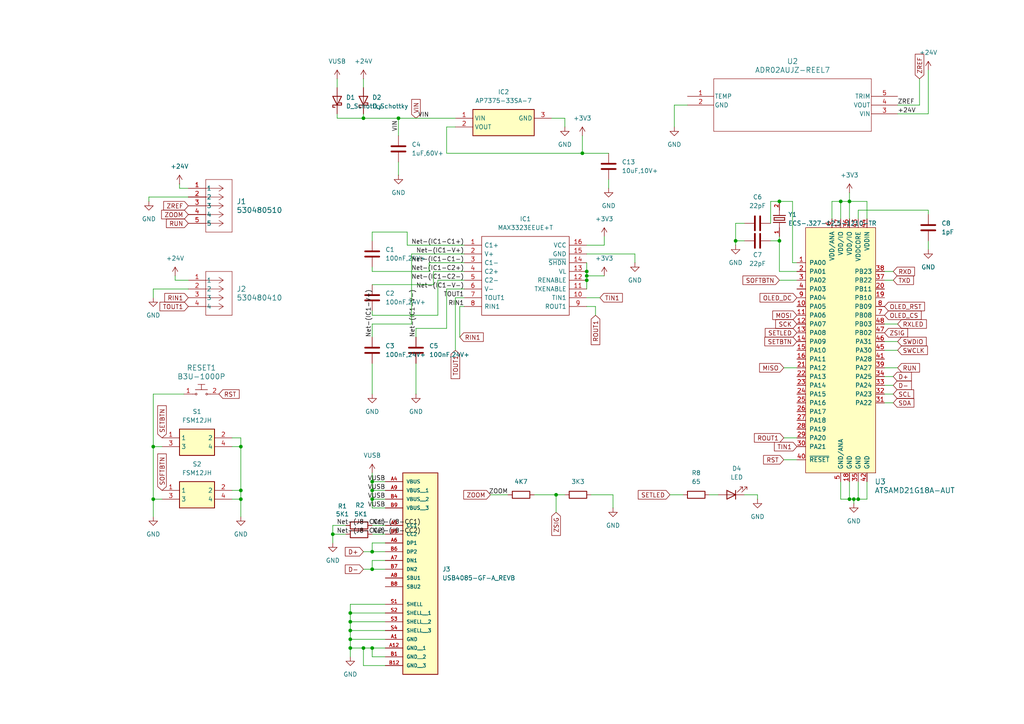
<source format=kicad_sch>
(kicad_sch (version 20231120) (generator "eeschema") (generator_version "8.0")
  (paper "A4")
  (junction (at 246.38 144.78))
  (junction (at 96.52 154.94))
  (junction (at 213.36 69.85))
  (junction (at 44.45 144.78))
  (junction (at 69.85 142.24))
  (junction (at 115.57 34.29))
  (junction (at 226.06 69.85))
  (junction (at 161.29 143.51))
  (junction (at 107.95 160.02))
  (junction (at 101.6 187.96))
  (junction (at 107.95 144.78))
  (junction (at 101.6 177.8))
  (junction (at 107.95 142.24))
  (junction (at 107.95 165.1))
  (junction (at 44.45 129.54))
  (junction (at 248.92 144.78))
  (junction (at 105.41 34.29))
  (junction (at 246.38 58.42))
  (junction (at 247.65 144.78))
  (junction (at 101.6 180.34))
  (junction (at 107.95 139.7))
  (junction (at 170.18 80.01))
  (junction (at 226.06 58.42))
  (junction (at 243.84 58.42))
  (junction (at 69.85 144.78))
  (junction (at 170.18 81.28))
  (junction (at 168.91 44.45))
  (junction (at 170.18 78.74))
  (junction (at 107.95 187.96))
  (junction (at 101.6 185.42))
  (junction (at 69.85 129.54))
  (junction (at 101.6 182.88))
  (junction (at 105.41 187.96))
  (wire (pts (xy 129.54 83.82) (xy 134.62 83.82)))
  (wire (pts (xy 132.08 86.36) (xy 132.08 101.6)))
  (wire (pts (xy 251.46 139.7) (xy 251.46 144.78)))
  (wire (pts (xy 170.18 76.2) (xy 170.18 78.74)))
  (wire (pts (xy 46.99 144.78) (xy 44.45 144.78)))
  (wire (pts (xy 107.95 90.17) (xy 107.95 91.44)))
  (wire (pts (xy 107.95 142.24) (xy 111.76 142.24)))
  (wire (pts (xy 256.54 106.68) (xy 260.35 106.68)))
  (wire (pts (xy 67.31 144.78) (xy 69.85 144.78)))
  (wire (pts (xy 219.71 143.51) (xy 219.71 144.78)))
  (wire (pts (xy 44.45 129.54) (xy 44.45 144.78)))
  (wire (pts (xy 44.45 86.36) (xy 44.45 83.82)))
  (wire (pts (xy 241.3 58.42) (xy 243.84 58.42)))
  (wire (pts (xy 101.6 177.8) (xy 101.6 180.34)))
  (wire (pts (xy 246.38 58.42) (xy 251.46 58.42)))
  (wire (pts (xy 107.95 165.1) (xy 111.76 165.1)))
  (wire (pts (xy 229.87 58.42) (xy 229.87 76.2)))
  (wire (pts (xy 227.33 133.35) (xy 231.14 133.35)))
  (wire (pts (xy 251.46 63.5) (xy 251.46 58.42)))
  (wire (pts (xy 101.6 187.96) (xy 105.41 187.96)))
  (wire (pts (xy 142.24 143.51) (xy 147.32 143.51)))
  (wire (pts (xy 107.95 190.5) (xy 107.95 187.96)))
  (wire (pts (xy 184.15 73.66) (xy 184.15 76.2)))
  (wire (pts (xy 115.57 39.37) (xy 115.57 34.29)))
  (wire (pts (xy 105.41 33.02) (xy 105.41 34.29)))
  (wire (pts (xy 111.76 190.5) (xy 107.95 190.5)))
  (wire (pts (xy 107.95 93.98) (xy 107.95 97.79)))
  (wire (pts (xy 43.18 58.42) (xy 43.18 57.15)))
  (wire (pts (xy 107.95 147.32) (xy 107.95 144.78)))
  (wire (pts (xy 170.18 81.28) (xy 170.18 83.82)))
  (wire (pts (xy 243.84 63.5) (xy 243.84 58.42)))
  (wire (pts (xy 107.95 147.32) (xy 111.76 147.32)))
  (wire (pts (xy 50.8 80.01) (xy 50.8 81.28)))
  (wire (pts (xy 127 81.28) (xy 134.62 81.28)))
  (wire (pts (xy 248.92 63.5) (xy 248.92 60.96)))
  (wire (pts (xy 168.91 39.37) (xy 168.91 44.45)))
  (wire (pts (xy 231.14 76.2) (xy 229.87 76.2)))
  (wire (pts (xy 107.95 160.02) (xy 111.76 160.02)))
  (wire (pts (xy 127 91.44) (xy 127 81.28)))
  (wire (pts (xy 223.52 64.77) (xy 223.52 58.42)))
  (wire (pts (xy 100.33 152.4) (xy 96.52 152.4)))
  (wire (pts (xy 115.57 46.99) (xy 115.57 50.8)))
  (wire (pts (xy 170.18 78.74) (xy 170.18 80.01)))
  (wire (pts (xy 105.41 187.96) (xy 105.41 193.04)))
  (wire (pts (xy 226.06 58.42) (xy 229.87 58.42)))
  (wire (pts (xy 120.65 95.25) (xy 129.54 95.25)))
  (wire (pts (xy 107.95 67.31) (xy 107.95 69.85)))
  (wire (pts (xy 160.02 34.29) (xy 163.83 34.29)))
  (wire (pts (xy 54.61 54.61) (xy 52.07 54.61)))
  (wire (pts (xy 111.76 139.7) (xy 107.95 139.7)))
  (wire (pts (xy 256.54 93.98) (xy 260.35 93.98)))
  (wire (pts (xy 269.24 20.32) (xy 269.24 33.02)))
  (wire (pts (xy 134.62 88.9) (xy 133.35 88.9)))
  (wire (pts (xy 43.18 57.15) (xy 54.61 57.15)))
  (wire (pts (xy 170.18 88.9) (xy 172.72 88.9)))
  (wire (pts (xy 226.06 81.28) (xy 231.14 81.28)))
  (wire (pts (xy 215.9 143.51) (xy 219.71 143.51)))
  (wire (pts (xy 97.79 33.02) (xy 97.79 34.29)))
  (wire (pts (xy 163.83 34.29) (xy 163.83 36.83)))
  (wire (pts (xy 107.95 105.41) (xy 107.95 114.3)))
  (wire (pts (xy 223.52 58.42) (xy 226.06 58.42)))
  (wire (pts (xy 172.72 88.9) (xy 172.72 91.44)))
  (wire (pts (xy 124.46 78.74) (xy 124.46 76.2)))
  (wire (pts (xy 120.65 97.79) (xy 120.65 95.25)))
  (wire (pts (xy 243.84 144.78) (xy 246.38 144.78)))
  (wire (pts (xy 256.54 81.28) (xy 259.08 81.28)))
  (wire (pts (xy 205.74 143.51) (xy 208.28 143.51)))
  (wire (pts (xy 111.76 193.04) (xy 105.41 193.04)))
  (wire (pts (xy 46.99 129.54) (xy 44.45 129.54)))
  (wire (pts (xy 133.35 88.9) (xy 133.35 97.79)))
  (wire (pts (xy 247.65 144.78) (xy 247.65 146.05)))
  (wire (pts (xy 170.18 86.36) (xy 173.99 86.36)))
  (wire (pts (xy 170.18 80.01) (xy 175.26 80.01)))
  (wire (pts (xy 213.36 64.77) (xy 215.9 64.77)))
  (wire (pts (xy 241.3 63.5) (xy 241.3 58.42)))
  (wire (pts (xy 256.54 101.6) (xy 260.35 101.6)))
  (wire (pts (xy 44.45 114.3) (xy 44.45 129.54)))
  (wire (pts (xy 44.45 144.78) (xy 44.45 149.86)))
  (wire (pts (xy 107.95 139.7) (xy 107.95 142.24)))
  (wire (pts (xy 107.95 157.48) (xy 107.95 160.02)))
  (wire (pts (xy 107.95 91.44) (xy 127 91.44)))
  (wire (pts (xy 107.95 82.55) (xy 125.73 82.55)))
  (wire (pts (xy 111.76 162.56) (xy 107.95 162.56)))
  (wire (pts (xy 96.52 157.48) (xy 96.52 154.94)))
  (wire (pts (xy 256.54 99.06) (xy 260.35 99.06)))
  (wire (pts (xy 101.6 175.26) (xy 101.6 177.8)))
  (wire (pts (xy 97.79 22.86) (xy 97.79 25.4)))
  (wire (pts (xy 101.6 177.8) (xy 111.76 177.8)))
  (wire (pts (xy 69.85 144.78) (xy 69.85 149.86)))
  (wire (pts (xy 168.91 44.45) (xy 176.53 44.45)))
  (wire (pts (xy 177.8 143.51) (xy 177.8 147.32)))
  (wire (pts (xy 111.76 157.48) (xy 107.95 157.48)))
  (wire (pts (xy 248.92 60.96) (xy 269.24 60.96)))
  (wire (pts (xy 260.35 30.48) (xy 266.7 30.48)))
  (wire (pts (xy 260.35 33.02) (xy 269.24 33.02)))
  (wire (pts (xy 101.6 180.34) (xy 111.76 180.34)))
  (wire (pts (xy 129.54 44.45) (xy 168.91 44.45)))
  (wire (pts (xy 226.06 68.58) (xy 226.06 69.85)))
  (wire (pts (xy 246.38 139.7) (xy 246.38 144.78)))
  (wire (pts (xy 118.11 67.31) (xy 107.95 67.31)))
  (wire (pts (xy 256.54 111.76) (xy 259.08 111.76)))
  (wire (pts (xy 227.33 127) (xy 231.14 127)))
  (wire (pts (xy 107.95 77.47) (xy 107.95 78.74)))
  (wire (pts (xy 161.29 143.51) (xy 161.29 148.59)))
  (wire (pts (xy 107.95 187.96) (xy 111.76 187.96)))
  (wire (pts (xy 54.61 81.28) (xy 50.8 81.28)))
  (wire (pts (xy 256.54 114.3) (xy 259.08 114.3)))
  (wire (pts (xy 170.18 73.66) (xy 184.15 73.66)))
  (wire (pts (xy 266.7 22.86) (xy 266.7 30.48)))
  (wire (pts (xy 176.53 52.07) (xy 176.53 54.61)))
  (wire (pts (xy 134.62 71.12) (xy 118.11 71.12)))
  (wire (pts (xy 44.45 114.3) (xy 53.34 114.3)))
  (wire (pts (xy 107.95 142.24) (xy 107.95 144.78)))
  (wire (pts (xy 105.41 160.02) (xy 107.95 160.02)))
  (wire (pts (xy 107.95 154.94) (xy 111.76 154.94)))
  (wire (pts (xy 227.33 106.68) (xy 231.14 106.68)))
  (wire (pts (xy 120.65 105.41) (xy 120.65 114.3)))
  (wire (pts (xy 105.41 187.96) (xy 107.95 187.96)))
  (wire (pts (xy 69.85 142.24) (xy 69.85 144.78)))
  (wire (pts (xy 44.45 83.82) (xy 54.61 83.82)))
  (wire (pts (xy 161.29 143.51) (xy 163.83 143.51)))
  (wire (pts (xy 269.24 60.96) (xy 269.24 62.23)))
  (wire (pts (xy 107.95 162.56) (xy 107.95 165.1)))
  (wire (pts (xy 101.6 187.96) (xy 101.6 190.5)))
  (wire (pts (xy 247.65 144.78) (xy 248.92 144.78)))
  (wire (pts (xy 194.31 143.51) (xy 198.12 143.51)))
  (wire (pts (xy 67.31 129.54) (xy 69.85 129.54)))
  (wire (pts (xy 101.6 180.34) (xy 101.6 182.88)))
  (wire (pts (xy 213.36 64.77) (xy 213.36 69.85)))
  (wire (pts (xy 107.95 152.4) (xy 111.76 152.4)))
  (wire (pts (xy 175.26 68.58) (xy 175.26 71.12)))
  (wire (pts (xy 105.41 22.86) (xy 105.41 25.4)))
  (wire (pts (xy 96.52 154.94) (xy 100.33 154.94)))
  (wire (pts (xy 101.6 182.88) (xy 101.6 185.42)))
  (wire (pts (xy 107.95 93.98) (xy 119.38 93.98)))
  (wire (pts (xy 67.31 142.24) (xy 69.85 142.24)))
  (wire (pts (xy 105.41 165.1) (xy 107.95 165.1)))
  (wire (pts (xy 119.38 73.66) (xy 134.62 73.66)))
  (wire (pts (xy 195.58 30.48) (xy 195.58 36.83)))
  (wire (pts (xy 223.52 69.85) (xy 226.06 69.85)))
  (wire (pts (xy 105.41 34.29) (xy 115.57 34.29)))
  (wire (pts (xy 107.95 78.74) (xy 124.46 78.74)))
  (wire (pts (xy 69.85 129.54) (xy 69.85 142.24)))
  (wire (pts (xy 226.06 69.85) (xy 226.06 78.74)))
  (wire (pts (xy 107.95 137.16) (xy 107.95 139.7)))
  (wire (pts (xy 132.08 36.83) (xy 129.54 36.83)))
  (wire (pts (xy 213.36 69.85) (xy 213.36 71.12)))
  (wire (pts (xy 101.6 182.88) (xy 111.76 182.88)))
  (wire (pts (xy 111.76 144.78) (xy 107.95 144.78)))
  (wire (pts (xy 248.92 144.78) (xy 251.46 144.78)))
  (wire (pts (xy 97.79 34.29) (xy 105.41 34.29)))
  (wire (pts (xy 119.38 93.98) (xy 119.38 73.66)))
  (wire (pts (xy 269.24 69.85) (xy 269.24 72.39)))
  (wire (pts (xy 154.94 143.51) (xy 161.29 143.51)))
  (wire (pts (xy 125.73 82.55) (xy 125.73 78.74)))
  (wire (pts (xy 118.11 71.12) (xy 118.11 67.31)))
  (wire (pts (xy 246.38 144.78) (xy 247.65 144.78)))
  (wire (pts (xy 129.54 36.83) (xy 129.54 44.45)))
  (wire (pts (xy 124.46 76.2) (xy 134.62 76.2)))
  (wire (pts (xy 170.18 71.12) (xy 175.26 71.12)))
  (wire (pts (xy 256.54 116.84) (xy 259.08 116.84)))
  (wire (pts (xy 101.6 175.26) (xy 111.76 175.26)))
  (wire (pts (xy 67.31 127) (xy 69.85 127)))
  (wire (pts (xy 170.18 80.01) (xy 170.18 81.28)))
  (wire (pts (xy 134.62 86.36) (xy 132.08 86.36)))
  (wire (pts (xy 52.07 53.34) (xy 52.07 54.61)))
  (wire (pts (xy 199.39 30.48) (xy 195.58 30.48)))
  (wire (pts (xy 115.57 34.29) (xy 132.08 34.29)))
  (wire (pts (xy 69.85 127) (xy 69.85 129.54)))
  (wire (pts (xy 256.54 109.22) (xy 259.08 109.22)))
  (wire (pts (xy 256.54 78.74) (xy 259.08 78.74)))
  (wire (pts (xy 101.6 185.42) (xy 101.6 187.96)))
  (wire (pts (xy 96.52 152.4) (xy 96.52 154.94)))
  (wire (pts (xy 248.92 139.7) (xy 248.92 144.78)))
  (wire (pts (xy 171.45 143.51) (xy 177.8 143.51)))
  (wire (pts (xy 125.73 78.74) (xy 134.62 78.74)))
  (wire (pts (xy 226.06 78.74) (xy 231.14 78.74)))
  (wire (pts (xy 129.54 95.25) (xy 129.54 83.82)))
  (wire (pts (xy 243.84 139.7) (xy 243.84 144.78)))
  (wire (pts (xy 213.36 69.85) (xy 215.9 69.85)))
  (wire (pts (xy 101.6 185.42) (xy 111.76 185.42)))
  (wire (pts (xy 246.38 58.42) (xy 246.38 63.5)))
  (wire (pts (xy 243.84 58.42) (xy 246.38 58.42)))
  (wire (pts (xy 246.38 55.88) (xy 246.38 58.42)))
  (label "VUSB" (at 111.76 139.7 180))
  (label "RIN1" (at 134.62 88.9 180))
  (label "+24V" (at 260.35 33.02 0))
  (label "Net-(J8-CC2)" (at 111.76 154.94 180))
  (label "VIN" (at 124.46 34.29 180))
  (label "VUSB" (at 111.76 144.78 180))
  (label "ZOOM" (at 147.32 143.51 180))
  (label "VIN" (at 115.57 38.1 90))
  (label "Net-(IC1-C1-)" (at 134.62 76.2 180))
  (label "Net-(IC1-C1+)" (at 134.62 71.12 180))
  (label "Net-(IC1-V+)" (at 107.95 97.79 90))
  (label "Net-(IC1-V+)" (at 134.62 73.66 180))
  (label "Net-(J8-CC2)" (at 107.95 154.94 0))
  (label "Net-(J8-CC1)" (at 107.95 152.4 0))
  (label "Net-(IC1-C2-)" (at 134.62 81.28 180))
  (label "Net-(J8-CC1)" (at 111.76 152.4 180))
  (label "VUSB" (at 111.76 142.24 180))
  (label "Net-(IC1-V-)" (at 120.65 97.79 90))
  (label "Net-(IC1-C2+)" (at 134.62 78.74 180))
  (label "Net-(IC1-V-)" (at 134.62 83.82 180))
  (label "ZREF" (at 260.35 30.48 0))
  (label "TOUT1" (at 134.62 86.36 180))
  (label "VUSB" (at 111.76 147.32 180))
  (global_label "SWDIO" (shape input) (at 260.35 99.06 0) (property "Intersheetrefs" "${INTERSHEET_REFS}" (effects (hide yes))))
  (global_label "RXLED" (shape input) (at 260.35 93.98 0) (property "Intersheetrefs" "${INTERSHEET_REFS}" (effects (hide yes))))
  (global_label "MOSI" (shape input) (at 231.14 91.44 180) (property "Intersheetrefs" "${INTERSHEET_REFS}" (effects (hide yes))))
  (global_label "ZREF" (shape input) (at 266.7 22.86 90) (property "Intersheetrefs" "${INTERSHEET_REFS}" (effects (hide yes))))
  (global_label "TXD" (shape input) (at 259.08 81.28 0) (property "Intersheetrefs" "${INTERSHEET_REFS}" (effects (hide yes))))
  (global_label "SETLED" (shape input) (at 194.31 143.51 180) (property "Intersheetrefs" "${INTERSHEET_REFS}" (effects (hide yes))))
  (global_label "TOUT1" (shape input) (at 132.08 101.6 270) (property "Intersheetrefs" "${INTERSHEET_REFS}" (effects (hide yes))))
  (global_label "D+" (shape input) (at 105.41 160.02 180) (property "Intersheetrefs" "${INTERSHEET_REFS}" (effects (hide yes))))
  (global_label "SETLED" (shape input) (at 231.14 96.52 180) (property "Intersheetrefs" "${INTERSHEET_REFS}" (effects (hide yes))))
  (global_label "OLED_RST" (shape input) (at 256.54 88.9 0) (property "Intersheetrefs" "${INTERSHEET_REFS}" (effects (hide yes))))
  (global_label "RST" (shape input) (at 227.33 133.35 180) (property "Intersheetrefs" "${INTERSHEET_REFS}" (effects (hide yes))))
  (global_label "SCK" (shape input) (at 231.14 93.98 180) (property "Intersheetrefs" "${INTERSHEET_REFS}" (effects (hide yes))))
  (global_label "MISO" (shape input) (at 227.33 106.68 180) (property "Intersheetrefs" "${INTERSHEET_REFS}" (effects (hide yes))))
  (global_label "SOFTBTN" (shape input) (at 226.06 81.28 180) (property "Intersheetrefs" "${INTERSHEET_REFS}" (effects (hide yes))))
  (global_label "RIN1" (shape input) (at 54.61 86.36 180) (property "Intersheetrefs" "${INTERSHEET_REFS}" (effects (hide yes))))
  (global_label "TIN1" (shape input) (at 173.99 86.36 0) (property "Intersheetrefs" "${INTERSHEET_REFS}" (effects (hide yes))))
  (global_label "SWCLK" (shape input) (at 260.35 101.6 0) (property "Intersheetrefs" "${INTERSHEET_REFS}" (effects (hide yes))))
  (global_label "TOUT1" (shape input) (at 54.61 88.9 180) (property "Intersheetrefs" "${INTERSHEET_REFS}" (effects (hide yes))))
  (global_label "SETBTN" (shape input) (at 231.14 99.06 180) (property "Intersheetrefs" "${INTERSHEET_REFS}" (effects (hide yes))))
  (global_label "ROUT1" (shape input) (at 227.33 127 180) (property "Intersheetrefs" "${INTERSHEET_REFS}" (effects (hide yes))))
  (global_label "SDA" (shape input) (at 259.08 116.84 0) (property "Intersheetrefs" "${INTERSHEET_REFS}" (effects (hide yes))))
  (global_label "SOFTBTN" (shape input) (at 46.99 142.24 90) (property "Intersheetrefs" "${INTERSHEET_REFS}" (effects (hide yes))))
  (global_label "SETBTN" (shape input) (at 46.99 127 90) (property "Intersheetrefs" "${INTERSHEET_REFS}" (effects (hide yes))))
  (global_label "ROUT1" (shape input) (at 172.72 91.44 270) (property "Intersheetrefs" "${INTERSHEET_REFS}" (effects (hide yes))))
  (global_label "VIN" (shape input) (at 120.65 34.29 90) (property "Intersheetrefs" "${INTERSHEET_REFS}" (effects (hide yes))))
  (global_label "ZSIG" (shape input) (at 256.54 96.52 0) (property "Intersheetrefs" "${INTERSHEET_REFS}" (effects (hide yes))))
  (global_label "ZOOM" (shape input) (at 142.24 143.51 180) (property "Intersheetrefs" "${INTERSHEET_REFS}" (effects (hide yes))))
  (global_label "RIN1" (shape input) (at 133.35 97.79 0) (property "Intersheetrefs" "${INTERSHEET_REFS}" (effects (hide yes))))
  (global_label "RUN" (shape input) (at 260.35 106.68 0) (property "Intersheetrefs" "${INTERSHEET_REFS}" (effects (hide yes))))
  (global_label "TIN1" (shape input) (at 231.14 129.54 180) (property "Intersheetrefs" "${INTERSHEET_REFS}" (effects (hide yes))))
  (global_label "SCL" (shape input) (at 259.08 114.3 0) (property "Intersheetrefs" "${INTERSHEET_REFS}" (effects (hide yes))))
  (global_label "ZREF" (shape input) (at 54.61 59.69 180) (property "Intersheetrefs" "${INTERSHEET_REFS}" (effects (hide yes))))
  (global_label "RUN" (shape input) (at 54.61 64.77 180) (property "Intersheetrefs" "${INTERSHEET_REFS}" (effects (hide yes))))
  (global_label "ZSIG" (shape input) (at 161.29 148.59 270) (property "Intersheetrefs" "${INTERSHEET_REFS}" (effects (hide yes))))
  (global_label "D+" (shape input) (at 259.08 109.22 0) (property "Intersheetrefs" "${INTERSHEET_REFS}" (effects (hide yes))))
  (global_label "ZOOM" (shape input) (at 54.61 62.23 180) (property "Intersheetrefs" "${INTERSHEET_REFS}" (effects (hide yes))))
  (global_label "D-" (shape input) (at 105.41 165.1 180) (property "Intersheetrefs" "${INTERSHEET_REFS}" (effects (hide yes))))
  (global_label "OLED_DC" (shape input) (at 231.14 86.36 180) (property "Intersheetrefs" "${INTERSHEET_REFS}" (effects (hide yes))))
  (global_label "OLED_CS" (shape input) (at 256.54 91.44 0) (property "Intersheetrefs" "${INTERSHEET_REFS}" (effects (hide yes))))
  (global_label "RST" (shape input) (at 63.5 114.3 0) (property "Intersheetrefs" "${INTERSHEET_REFS}" (effects (hide yes))))
  (global_label "D-" (shape input) (at 259.08 111.76 0) (property "Intersheetrefs" "${INTERSHEET_REFS}" (effects (hide yes))))
  (global_label "RXD" (shape input) (at 259.08 78.74 0) (property "Intersheetrefs" "${INTERSHEET_REFS}" (effects (hide yes))))
  (symbol (lib_id "power:+24V") (at 107.95 137.16 0) (unit 1)
    (property "Reference" "#PWR011" (effects (hide yes)))
    (property "Value" "VUSB" (at 107.95 132.08 0))
    (property "Description" "Power symbol creates a global label with name \"VUSB\"" (effects (hide yes)))
  )
  (symbol (lib_id "AP7375-33SA-7:AP7375-33SA-7") (at 132.08 34.29 0) (unit 1)
    (property "Reference" "IC2" (at 146.05 26.67 0))
    (property "Value" "AP7375-33SA-7" (at 146.05 29.21 0))
    (property "Footprint" "AP7375-33SA-7:SOT96P240X110-3N" (effects (hide yes)))
    (property "Datasheet" "https://www.diodes.com/assets/Datasheets/AP7375.pdf" (effects (hide yes)))
    (property "Description" "LDO Voltage Regulators LDO CMOS LowCurr SOT23 T&R 3K" (effects (hide yes)))
    (property "Height" "1.1" (effects (hide yes)))
    (property "Mouser Part Number" "621-AP7375-33SA-7" (effects (hide yes)))
    (property "Mouser Price/Stock" "https://www.mouser.co.uk/ProductDetail/Diodes-Incorporated/AP7375-33SA-7?qs=t7xnP681wgUi6c6GDTa82w%3D%3D" (effects (hide yes)))
    (property "Manufacturer_Name" "Diodes Incorporated" (effects (hide yes)))
    (property "Manufacturer_Part_Number" "AP7375-33SA-7" (effects (hide yes)))
    (property "Part Number" "AP7375-33SA-7" (effects (hide yes)))
    (property "URL" "https://www.digikey.com/en/products/detail/diodes-incorporated/AP7375-33SA-7/16400213?s=N4IgTCBcDaIIIAUDsBmJBWAtClBlOmSIAugL5A" (effects (hide yes)))
  )
  (symbol (lib_id "power:+3V3") (at 168.91 39.37 0) (unit 1)
    (property "Reference" "#PWR014" (effects (hide yes)))
    (property "Value" "+3V3" (at 168.91 34.29 0))
    (property "Description" "Power symbol creates a global label with name \"+3V3\"" (effects (hide yes)))
  )
  (symbol (lib_id "530480510:530480510") (at 54.61 54.61 0) (unit 1)
    (property "Reference" "J1" (at 68.58 58.4199 0) (effects (font (size 1.524 1.524)) (justify left)))
    (property "Value" "530480510" (at 68.58 60.9599 0) (effects (font (size 1.524 1.524)) (justify left)))
    (property "Footprint" "Connector_Molex:Molex_PicoBlade_53048-0510_1x05_P1.25mm_Horizontal" (effects (hide yes)))
    (property "Datasheet" "530480510" (effects (hide yes)))
    (property "Part Number" "530480510" (effects (hide yes)))
    (property "URL" "https://www.digikey.com/en/products/detail/molex/0530480510/242867?s=N4IgTCBcDaIKwGYAMAWAHEuBGJIC6AvkA" (effects (hide yes)))
  )
  (symbol (lib_id "Device:LED") (at 212.09 143.51 180) (unit 1)
    (property "Reference" "D4" (at 213.6775 135.89 0))
    (property "Value" "LED" (at 213.6775 138.43 0))
    (property "Footprint" "LED_SMD:LED_0805_2012Metric" (effects (hide yes)))
    (property "Description" "Light emitting diode" (effects (hide yes)))
    (property "Part Number" "B1701URO-20D000114U1930" (effects (hide yes)))
    (property "URL" "https://www.digikey.com/en/products/detail/harvatek-corporation/B1701URO-20D000114U1930/16671739" (effects (hide yes)))
  )
  (symbol (lib_id "power:GND") (at 177.8 147.32 0) (unit 1)
    (property "Reference" "#PWR018" (effects (hide yes)))
    (property "Value" "GND" (at 177.8 152.4 0))
    (property "Description" "Power symbol creates a global label with name \"GND\" , ground" (effects (hide yes)))
  )
  (symbol (lib_id "power:GND") (at 101.6 190.5 0) (unit 1)
    (property "Reference" "#PWR08" (effects (hide yes)))
    (property "Value" "GND" (at 101.6 195.58 0))
    (property "Description" "Power symbol creates a global label with name \"GND\" , ground" (effects (hide yes)))
  )
  (symbol (lib_id "power:GND") (at 44.45 86.36 0) (unit 1)
    (property "Reference" "#PWR03" (effects (hide yes)))
    (property "Value" "GND" (at 44.45 91.44 0))
    (property "Description" "Power symbol creates a global label with name \"GND\" , ground" (effects (hide yes)))
  )
  (symbol (lib_id "ECS-.327-12.5-1210-TR:ECS-.327-12.5-1210-TR") (at 226.06 63.5 90) (unit 1)
    (property "Reference" "Y1" (at 228.6 62.2299 90) (effects (justify right)))
    (property "Value" "ECS-.327-12.5-1210-TR" (at 228.6 64.7699 90) (effects (justify right)))
    (property "Footprint" "ECS__327_12_5_1210_TR:XTAL_ECS-.327-12.5-1210-TR" (effects (hide yes)))
    (property "MANUFACTURER" "ESC Inc." (effects (hide yes)))
    (property "STANDARD" "Manufacturer Recommendations" (effects (hide yes)))
  )
  (symbol (lib_id "Device:C") (at 269.24 66.04 0) (unit 1)
    (property "Reference" "C8" (at 273.05 64.7699 0) (effects (justify left)))
    (property "Value" "1pF" (at 273.05 67.3099 0) (effects (justify left)))
    (property "Footprint" "Capacitor_SMD:C_0402_1005Metric" (effects (hide yes)))
    (property "Description" "Unpolarized capacitor" (effects (hide yes)))
    (property "Part Number" "CL05C010CB5NNNC" (effects (hide yes)))
    (property "URL" "https://www.digikey.com/en/products/detail/samsung-electro-mechanics/CL05C010CB5NNNC/3887253" (effects (hide yes)))
  )
  (symbol (lib_id "power:GND") (at 195.58 36.83 0) (unit 1)
    (property "Reference" "#PWR021" (effects (hide yes)))
    (property "Value" "GND" (at 195.58 41.91 0))
    (property "Description" "Power symbol creates a global label with name \"GND\" , ground" (effects (hide yes)))
  )
  (symbol (lib_id "power:GND") (at 269.24 72.39 0) (unit 1)
    (property "Reference" "#PWR026" (effects (hide yes)))
    (property "Value" "GND" (at 269.24 77.47 0))
    (property "Description" "Power symbol creates a global label with name \"GND\" , ground" (effects (hide yes)))
  )
  (symbol (lib_id "MAX3323EEPE+:MAX3323EEPE+") (at 134.62 71.12 0) (unit 1)
    (property "Reference" "IC1" (at 152.4 63.5 0))
    (property "Value" "MAX3323EEUE+T" (at 152.4 66.04 0))
    (property "Footprint" "Package_SO:TSSOP-16_4.4x5mm_P0.65mm" (effects (hide yes)))
    (property "Datasheet" "https://componentsearchengine.com/Datasheets/2/MAX3323EEPE+.pdf" (effects (hide yes)))
    (property "Description" "RS-232 Interface IC +/-15kV ESD-Protected, RS-232 Transceivers for Multidrop Applications" (effects (hide yes)))
    (property "Height" "4.572" (effects (hide yes)))
    (property "Mouser Part Number" "700-MAX3323EEPE" (effects (hide yes)))
    (property "Mouser Price/Stock" "https://www.mouser.co.uk/ProductDetail/Analog-Devices-Maxim-Integrated/MAX3323EEPE%2b?qs=CDqwynd4ZNoRwc1iI5RFww%3D%3D" (effects (hide yes)))
    (property "Manufacturer_Name" "Analog Devices" (effects (hide yes)))
    (property "Manufacturer_Part_Number" "MAX3323EEPE+" (effects (hide yes)))
    (property "Part Number" "MAX3323EEUE+T" (effects (hide yes)))
    (property "URL" "https://www.digikey.com/en/products/detail/analog-devices-inc-maxim-integrated/MAX3323EEUE-T/1703799" (effects (hide yes)))
  )
  (symbol (lib_id "power:GND") (at 213.36 71.12 0) (unit 1)
    (property "Reference" "#PWR022" (effects (hide yes)))
    (property "Value" "GND" (at 213.36 76.2 0))
    (property "Description" "Power symbol creates a global label with name \"GND\" , ground" (effects (hide yes)))
  )
  (symbol (lib_id "power:GND") (at 247.65 146.05 0) (unit 1)
    (property "Reference" "#PWR024" (effects (hide yes)))
    (property "Value" "GND" (at 247.65 151.13 0))
    (property "Description" "Power symbol creates a global label with name \"GND\" , ground" (effects (hide yes)))
  )
  (symbol (lib_id "ADR02AUJZ_REEL7:ADR02AUJZ-REEL7") (at 199.39 27.94 0) (unit 1)
    (property "Reference" "U2" (at 229.87 17.78 0) (effects (font (size 1.524 1.524))))
    (property "Value" "ADR02AUJZ-REEL7" (at 229.87 20.32 0) (effects (font (size 1.524 1.524))))
    (property "Footprint" "Package_TO_SOT_SMD:TSOT-23-5" (effects (hide yes)))
    (property "Datasheet" "ADR02AUJZ-REEL7" (effects (hide yes)))
    (property "Part Number" "ADR02AUJZ-REEL7" (effects (hide yes)))
    (property "URL" "https://www.digikey.com/en/products/detail/analog-devices-inc/ADR02AUJZ-REEL7/699443?s=N4IgTCBcDaIIIBEBKAGMcCqApAWiAugL5A" (effects (hide yes)))
  )
  (symbol (lib_id "power:+3V3") (at 175.26 68.58 0) (unit 1)
    (property "Reference" "#PWR016" (effects (hide yes)))
    (property "Value" "+3V3" (at 175.26 63.5 0))
    (property "Description" "Power symbol creates a global label with name \"+3V3\"" (effects (hide yes)))
  )
  (symbol (lib_id "Device:C") (at 107.95 86.36 0) (unit 1)
    (property "Reference" "C2" (at 111.76 85.0899 0) (effects (justify left)))
    (property "Value" "100nF,24V+" (at 111.76 87.6299 0) (effects (justify left)))
    (property "Footprint" "Capacitor_SMD:C_0402_1005Metric" (effects (hide yes)))
    (property "Description" "Unpolarized capacitor" (effects (hide yes)))
    (property "Part Number" "CL05B104KA5NNNC" (effects (hide yes)))
    (property "URL" "https://www.digikey.com/en/products/detail/samsung-electro-mechanics/CL05B104KA5NNNC/5961204" (effects (hide yes)))
  )
  (symbol (lib_id "USB4085-GF-A_REVB:USB4085-GF-A_REVB") (at 121.92 154.94 0) (unit 1)
    (property "Reference" "J3" (at 128.27 165.0999 0) (effects (justify left)))
    (property "Value" "USB4085-GF-A_REVB" (at 128.27 167.6399 0) (effects (justify left)))
    (property "Footprint" "USB4085_GF_A:CONN16_USB4085-GF-A_GCT" (effects (hide yes)))
    (property "PARTREV" "B" (effects (hide yes)))
    (property "STANDARD" "Manufacturer Recommendations" (effects (hide yes)))
    (property "SNAPEDA_PN" "USB4085-GF-A" (effects (hide yes)))
    (property "MAXIMUM_PACKAGE_HEIGHT" "3.16mm" (effects (hide yes)))
    (property "MANUFACTURER" "Global Connector Technology" (effects (hide yes)))
    (property "Part Number" "USB4085-GF-A" (effects (hide yes)))
    (property "URL" "https://www.digikey.com/en/products/detail/gct/USB4085-GF-A/9859662?s=N4IgTCBcDaIKoGUBCAWADADgKwFoDiAYjgIIgC6AvkA" (effects (hide yes)))
  )
  (symbol (lib_id "Device:C") (at 115.57 43.18 180) (unit 1)
    (property "Reference" "C4" (at 119.38 41.9099 0) (effects (justify right)))
    (property "Value" "1uF,60V+" (at 119.38 44.4499 0) (effects (justify right)))
    (property "Footprint" "Capacitor_SMD:C_0805_2012Metric" (effects (hide yes)))
    (property "Description" "Unpolarized capacitor" (effects (hide yes)))
    (property "Part Number" "GRM21BC72A105KE01L" (effects (hide yes)))
    (property "URL" "https://www.digikey.com/en/products/detail/murata-electronics/GRM21BC72A105KE01L/6606093" (effects (hide yes)))
  )
  (symbol (lib_id "Device:R") (at 104.14 154.94 90) (unit 1)
    (property "Reference" "R2" (at 104.394 146.558 90))
    (property "Value" "5K1" (at 99.314 149.098 90))
    (property "Footprint" "Resistor_SMD:R_0603_1608Metric" (effects (hide yes)))
    (property "Description" "Resistor" (effects (hide yes)))
    (property "Part Number" "ESR03EZPJ512" (effects (hide yes)))
    (property "URL" "https://www.digikey.com/en/products/detail/rohm-semiconductor/ESR03EZPJ512/1762735" (effects (hide yes)))
  )
  (symbol (lib_id "power:GND") (at 219.71 144.78 0) (unit 1)
    (property "Reference" "#PWR039" (effects (hide yes)))
    (property "Value" "GND" (at 219.71 149.86 0))
    (property "Description" "Power symbol creates a global label with name \"GND\" , ground" (effects (hide yes)))
  )
  (symbol (lib_id "power:GND") (at 120.65 114.3 0) (unit 1)
    (property "Reference" "#PWR013" (effects (hide yes)))
    (property "Value" "GND" (at 120.65 119.38 0))
    (property "Description" "Power symbol creates a global label with name \"GND\" , ground" (effects (hide yes)))
  )
  (symbol (lib_id "Device:D_Schottky") (at 97.79 29.21 90) (unit 1)
    (property "Reference" "D1" (at 100.33 28.2574 90) (effects (justify right)))
    (property "Value" "D_Schottky" (at 100.33 30.7974 90) (effects (justify right)))
    (property "Footprint" "Diode_SMD:D_1206_3216Metric" (effects (hide yes)))
    (property "Description" "Schottky diode" (effects (hide yes)))
    (property "Part Number" "SD1206S100S1R0" (effects (hide yes)))
    (property "URL" "https://www.digikey.com/en/products/detail/kyocera-avx/SD1206S100S1R0/3749503?s=N4IgjCBcpgbFoDGUBmBDANgZwKYBoQB7KAbRAA4BmAdjAgF0CAHAFyhAGUWAnASwDsA5iAC%2BBWAE4EIZJHTZ8RUiAAsABgmVNIAuokrKakIxCt2XPkNEEArNSPQZqTLgLFIZdWprljzNpCcPALCYiAATGq00rLyrkoeILBqAAQAajpJNumZ9jkE5KkZBBJFmWBqZQRgkfnglNnF4DZV4Ml1YHlNYIV1kWUmZoEAqvy8LADyKACyOGhYAK7cONYgALThMVA8C4ruZDaZUvRha1KOsjt7ygwiYZuJWIgAFoQsLADWAJ7GIkA" (effects (hide yes)))
  )
  (symbol (lib_id "power:GND") (at 96.52 157.48 0) (unit 1)
    (property "Reference" "#PWR06" (effects (hide yes)))
    (property "Value" "GND" (at 96.52 162.56 0))
    (property "Description" "Power symbol creates a global label with name \"GND\" , ground" (effects (hide yes)))
  )
  (symbol (lib_id "power:+24V") (at 97.79 22.86 0) (unit 1)
    (property "Reference" "#PWR07" (effects (hide yes)))
    (property "Value" "VUSB" (at 97.79 17.78 0))
    (property "Description" "Power symbol creates a global label with name \"VUSB\"" (effects (hide yes)))
  )
  (symbol (lib_id "Device:D_Schottky") (at 105.41 29.21 90) (unit 1)
    (property "Reference" "D2" (at 107.95 28.2574 90) (effects (justify right)))
    (property "Value" "D_Schottky" (at 107.95 30.7974 90) (effects (justify right)))
    (property "Footprint" "Diode_SMD:D_1206_3216Metric" (effects (hide yes)))
    (property "Description" "Schottky diode" (effects (hide yes)))
    (property "Part Number" "SD1206S100S1R0" (effects (hide yes)))
    (property "URL" "https://www.digikey.com/en/products/detail/kyocera-avx/SD1206S100S1R0/3749503?s=N4IgjCBcpgbFoDGUBmBDANgZwKYBoQB7KAbRAA4BmAdjAgF0CAHAFyhAGUWAnASwDsA5iAC%2BBWAE4EIZJHTZ8RUiAAsABgmVNIAuokrKakIxCt2XPkNEEArNSPQZqTLgLFIZdWprljzNpCcPALCYiAATGq00rLyrkoeILBqAAQAajpJNumZ9jkE5KkZBBJFmWBqZQRgkfnglNnF4DZV4Ml1YHlNYIV1kWUmZoEAqvy8LADyKACyOGhYAK7cONYgALThMVA8C4ruZDaZUvRha1KOsjt7ygwiYZuJWIgAFoQsLADWAJ7GIkA" (effects (hide yes)))
  )
  (symbol (lib_id "Device:C") (at 176.53 48.26 180) (unit 1)
    (property "Reference" "C13" (at 180.34 46.9899 0) (effects (justify right)))
    (property "Value" "10uF,10V+" (at 180.34 49.5299 0) (effects (justify right)))
    (property "Footprint" "Capacitor_SMD:C_0402_1005Metric" (effects (hide yes)))
    (property "Description" "Unpolarized capacitor" (effects (hide yes)))
    (property "Part Number" "CL05A106MP6NUN8" (effects (hide yes)))
    (property "URL" "https://www.digikey.com/en/products/detail/samsung-electro-mechanics/CL05A106MP6NUN8/10478957" (effects (hide yes)))
  )
  (symbol (lib_id "power:GND") (at 163.83 36.83 0) (unit 1)
    (property "Reference" "#PWR015" (effects (hide yes)))
    (property "Value" "GND" (at 163.83 41.91 0))
    (property "Description" "Power symbol creates a global label with name \"GND\" , ground" (effects (hide yes)))
  )
  (symbol (lib_id "power:GND") (at 184.15 76.2 0) (unit 1)
    (property "Reference" "#PWR020" (effects (hide yes)))
    (property "Value" "GND" (at 184.15 81.28 0))
    (property "Description" "Power symbol creates a global label with name \"GND\" , ground" (effects (hide yes)))
  )
  (symbol (lib_id "power:+3V3") (at 175.26 80.01 0) (unit 1)
    (property "Reference" "#PWR017" (effects (hide yes)))
    (property "Value" "+3V3" (at 175.26 74.93 0))
    (property "Description" "Power symbol creates a global label with name \"+3V3\"" (effects (hide yes)))
  )
  (symbol (lib_id "power:GND") (at 69.85 149.86 0) (unit 1)
    (property "Reference" "#PWR019" (effects (hide yes)))
    (property "Value" "GND" (at 69.85 154.94 0))
    (property "Description" "Power symbol creates a global label with name \"GND\" , ground" (effects (hide yes)))
  )
  (symbol (lib_id "Device:R") (at 104.14 152.4 90) (unit 1)
    (property "Reference" "R1" (at 99.314 146.812 90))
    (property "Value" "5K1" (at 104.648 149.098 90))
    (property "Footprint" "Resistor_SMD:R_0603_1608Metric" (effects (hide yes)))
    (property "Description" "Resistor" (effects (hide yes)))
    (property "Part Number" "ESR03EZPJ512" (effects (hide yes)))
    (property "URL" "https://www.digikey.com/en/products/detail/rohm-semiconductor/ESR03EZPJ512/1762735" (effects (hide yes)))
  )
  (symbol (lib_id "FSM10JH:FSM10JH") (at 46.99 127 0) (unit 1)
    (property "Reference" "S1" (at 57.15 119.38 0))
    (property "Value" "FSM12JH" (at 57.15 121.92 0))
    (property "Footprint" "FSM10JH:FSM4JH" (effects (hide yes)))
    (property "Datasheet" "http://www.te.com/commerce/DocumentDelivery/DDEController?Action=showdoc&DocId=Customer+Drawing%7F1825910%7FC10%7Fpdf%7FEnglish%7FENG_CD_1825910_C10.pdf%7F1-1825910-8" (effects (hide yes)))
    (property "Description" "6x6mm tactile switch,7.3mm H 1.6N White Button Tactile Switch, SPST 50 mA@ 24 V dc 3.7mm" (effects (hide yes)))
    (property "Mouser Part Number" "506-FSM10JH" (effects (hide yes)))
    (property "Mouser Price/Stock" "https://www.mouser.co.uk/ProductDetail/TE-Connectivity-PB/FSM10JH?qs=g%252BEszo6zu8Mx34MmAD%2FJ0A%3D%3D" (effects (hide yes)))
    (property "Manufacturer_Name" "TE Connectivity" (effects (hide yes)))
    (property "Manufacturer_Part_Number" "FSM10JH" (effects (hide yes)))
    (property "Part Number" "1-1825910-4" (effects (hide yes)))
    (property "URL" "https://www.digikey.com/en/products/detail/te-connectivity-alcoswitch-switches/1-1825910-4/1632539" (effects (hide yes)))
  )
  (symbol (lib_id "power:GND") (at 43.18 58.42 0) (unit 1)
    (property "Reference" "#PWR02" (effects (hide yes)))
    (property "Value" "GND" (at 43.18 63.5 0))
    (property "Description" "Power symbol creates a global label with name \"GND\" , ground" (effects (hide yes)))
  )
  (symbol (lib_id "power:+24V") (at 50.8 80.01 0) (unit 1)
    (property "Reference" "#PWR04" (effects (hide yes)))
    (property "Value" "+24V" (at 50.8 74.93 0))
    (property "Description" "Power symbol creates a global label with name \"+24V\"" (effects (hide yes)))
  )
  (symbol (lib_id "power:GND") (at 176.53 54.61 0) (unit 1)
    (property "Reference" "#PWR040" (effects (hide yes)))
    (property "Value" "GND" (at 176.53 59.69 0))
    (property "Description" "Power symbol creates a global label with name \"GND\" , ground" (effects (hide yes)))
  )
  (symbol (lib_id "Device:R") (at 201.93 143.51 90) (unit 1)
    (property "Reference" "R8" (at 201.93 137.16 90))
    (property "Value" "65" (at 201.93 139.7 90))
    (property "Footprint" "Resistor_SMD:R_0603_1608Metric" (effects (hide yes)))
    (property "Description" "Resistor" (effects (hide yes)))
    (property "Part Number" "RC0603FR-0764R9L" (effects (hide yes)))
    (property "URL" "https://www.digikey.com/en/products/detail/yageo/RC0603FR-0764R9L/727343" (effects (hide yes)))
  )
  (symbol (lib_id "Device:C") (at 120.65 101.6 0) (unit 1)
    (property "Reference" "C5" (at 124.46 100.3299 0) (effects (justify left)))
    (property "Value" "100nF,24V+" (at 124.46 102.8699 0) (effects (justify left)))
    (property "Footprint" "Capacitor_SMD:C_0402_1005Metric" (effects (hide yes)))
    (property "Description" "Unpolarized capacitor" (effects (hide yes)))
    (property "Part Number" "CL05B104KA5NNNC" (effects (hide yes)))
    (property "URL" "https://www.digikey.com/en/products/detail/samsung-electro-mechanics/CL05B104KA5NNNC/5961204" (effects (hide yes)))
  )
  (symbol (lib_id "dk_Tactile-Switches:B3U-1000P") (at 58.42 114.3 0) (unit 1)
    (property "Reference" "RESET1" (at 58.42 106.68 0) (effects (font (size 1.524 1.524))))
    (property "Value" "B3U-1000P" (at 58.42 109.22 0) (effects (font (size 1.524 1.524))))
    (property "Footprint" "Button_Switch_SMD:SW_SPST_B3U-1000P" (effects (hide yes)))
    (property "Datasheet" "https://omronfs.omron.com/en_US/ecb/products/pdf/en-b3u.pdf" (effects (hide yes)))
    (property "Description" "SWITCH TACTILE SPST-NO 0.05A 12V" (effects (hide yes)))
    (property "MPN" "B3U-1000P" (effects (hide yes)))
    (property "Category" "Switches" (effects (hide yes)))
    (property "Family" "Tactile Switches" (effects (hide yes)))
    (property "DK_Datasheet_Link" "https://omronfs.omron.com/en_US/ecb/products/pdf/en-b3u.pdf" (effects (hide yes)))
    (property "DK_Detail_Page" "/product-detail/en/omron-electronics-inc-emc-div/B3U-1000P/SW1020CT-ND/1534357" (effects (hide yes)))
    (property "Manufacturer" "Omron Electronics Inc-EMC Div" (effects (hide yes)))
    (property "Status" "Active" (effects (hide yes)))
    (property "Part Number" "B3U-1000P" (effects (hide yes)))
    (property "URL" "https://www.digikey.com/en/products/detail/omron-electronics-inc-emc-div/B3U-1000P/1534338" (effects (hide yes)))
  )
  (symbol (lib_id "Device:C") (at 107.95 73.66 0) (unit 1)
    (property "Reference" "C1" (at 111.76 72.3899 0) (effects (justify left)))
    (property "Value" "100nF,24V+" (at 111.76 74.9299 0) (effects (justify left)))
    (property "Footprint" "Capacitor_SMD:C_0402_1005Metric" (effects (hide yes)))
    (property "Description" "Unpolarized capacitor" (effects (hide yes)))
    (property "Part Number" "CL05B104KA5NNNC" (effects (hide yes)))
    (property "URL" "https://www.digikey.com/en/products/detail/samsung-electro-mechanics/CL05B104KA5NNNC/5961204" (effects (hide yes)))
  )
  (symbol (lib_id "power:GND") (at 44.45 149.86 0) (unit 1)
    (property "Reference" "#PWR01" (effects (hide yes)))
    (property "Value" "GND" (at 44.45 154.94 0))
    (property "Description" "Power symbol creates a global label with name \"GND\" , ground" (effects (hide yes)))
  )
  (symbol (lib_id "Device:R") (at 151.13 143.51 90) (unit 1)
    (property "Reference" "R3" (effects (hide yes)))
    (property "Value" "4K7" (at 151.13 139.7 90))
    (property "Footprint" "Resistor_SMD:R_0603_1608Metric" (effects (hide yes)))
    (property "Description" "Resistor" (effects (hide yes)))
    (property "Part Number" "RC0603FR-074K7L" (effects (hide yes)))
    (property "URL" "https://www.digikey.com/en/products/detail/yageo/RC0603FR-074K7L/727212" (effects (hide yes)))
  )
  (symbol (lib_id "power:GND") (at 107.95 114.3 0) (unit 1)
    (property "Reference" "#PWR010" (effects (hide yes)))
    (property "Value" "GND" (at 107.95 119.38 0))
    (property "Description" "Power symbol creates a global label with name \"GND\" , ground" (effects (hide yes)))
  )
  (symbol (lib_id "Device:R") (at 167.64 143.51 90) (unit 1)
    (property "Reference" "R5" (effects (hide yes)))
    (property "Value" "3K3" (at 167.64 139.7 90))
    (property "Footprint" "Resistor_SMD:R_0603_1608Metric" (effects (hide yes)))
    (property "Description" "Resistor" (effects (hide yes)))
    (property "Part Number" "RC0603FR-073K3L" (effects (hide yes)))
    (property "URL" "https://www.digikey.com/en/products/detail/yageo/RC0603FR-073K3L/727126" (effects (hide yes)))
  )
  (symbol (lib_id "Device:C") (at 219.71 64.77 90) (unit 1)
    (property "Reference" "C6" (at 219.71 57.15 90))
    (property "Value" "22pF" (at 219.71 59.69 90))
    (property "Footprint" "Capacitor_SMD:C_0402_1005Metric" (effects (hide yes)))
    (property "Description" "Unpolarized capacitor" (effects (hide yes)))
    (property "Part Number" "CL05C220JB51PNC" (effects (hide yes)))
    (property "URL" "https://www.digikey.com/en/products/detail/samsung-electro-mechanics/CL05C220JB51PNC/5961333" (effects (hide yes)))
  )
  (symbol (lib_id "Device:C") (at 219.71 69.85 90) (unit 1)
    (property "Reference" "C7" (at 219.71 73.914 90))
    (property "Value" "22pF" (at 219.71 76.454 90))
    (property "Footprint" "Capacitor_SMD:C_0402_1005Metric" (effects (hide yes)))
    (property "Description" "Unpolarized capacitor" (effects (hide yes)))
    (property "Part Number" "CL05C220JB51PNC" (effects (hide yes)))
    (property "URL" "https://www.digikey.com/en/products/detail/samsung-electro-mechanics/CL05C220JB51PNC/5961333" (effects (hide yes)))
  )
  (symbol (lib_id "dk_Embedded-Microcontrollers:ATSAMD21G18A-AUT") (at 243.84 104.14 0) (unit 1)
    (property "Reference" "U3" (at 253.6541 139.7 0) (effects (font (size 1.524 1.524)) (justify left)))
    (property "Value" "ATSAMD21G18A-AUT" (at 253.6541 142.24 0) (effects (font (size 1.524 1.524)) (justify left)))
    (property "Footprint" "Package_QFP:TQFP-48_7x7mm_P0.5mm" (effects (hide yes)))
    (property "Datasheet" "http://www.microchip.com/mymicrochip/filehandler.aspx?ddocname=en605782" (effects (hide yes)))
    (property "Description" "IC MCU 32BIT 256KB FLASH 48TQFP" (effects (hide yes)))
    (property "MPN" "ATSAMD21G18A-AUT" (effects (hide yes)))
    (property "Category" "Integrated Circuits (ICs)" (effects (hide yes)))
    (property "Family" "Embedded - Microcontrollers" (effects (hide yes)))
    (property "DK_Datasheet_Link" "http://www.microchip.com/mymicrochip/filehandler.aspx?ddocname=en605782" (effects (hide yes)))
    (property "DK_Detail_Page" "/product-detail/en/microchip-technology/ATSAMD21G18A-AUT/ATSAMD21G18A-AUTCT-ND/4878879" (effects (hide yes)))
    (property "Manufacturer" "Microchip Technology" (effects (hide yes)))
    (property "Status" "Active" (effects (hide yes)))
    (property "Part Number" "ATSAMD21G18A-AUT" (effects (hide yes)))
    (property "URL" "https://www.digikey.com/en/products/detail/microchip-technology/ATSAMD21G18A-AUT/4878867?s=N4IgTCBcDaIIIBUDKcCyARMBGA4lgHHALRwCqCIAugL5A" (effects (hide yes)))
  )
  (symbol (lib_id "power:+3V3") (at 246.38 55.88 0) (unit 1)
    (property "Reference" "#PWR023" (effects (hide yes)))
    (property "Value" "+3V3" (at 246.38 50.8 0))
    (property "Description" "Power symbol creates a global label with name \"+3V3\"" (effects (hide yes)))
  )
  (symbol (lib_id "power:+24V") (at 105.41 22.86 0) (unit 1)
    (property "Reference" "#PWR09" (effects (hide yes)))
    (property "Value" "+24V" (at 105.41 17.78 0))
    (property "Description" "Power symbol creates a global label with name \"+24V\"" (effects (hide yes)))
  )
  (symbol (lib_id "power:GND") (at 115.57 50.8 0) (unit 1)
    (property "Reference" "#PWR012" (effects (hide yes)))
    (property "Value" "GND" (at 115.57 55.88 0))
    (property "Description" "Power symbol creates a global label with name \"GND\" , ground" (effects (hide yes)))
  )
  (symbol (lib_id "530480410:530480410") (at 54.61 81.28 0) (unit 1)
    (property "Reference" "J2" (at 68.58 83.8199 0) (effects (font (size 1.524 1.524)) (justify left)))
    (property "Value" "530480410" (at 68.58 86.3599 0) (effects (font (size 1.524 1.524)) (justify left)))
    (property "Footprint" "Connector_Molex:Molex_PicoBlade_53048-0410_1x04_P1.25mm_Horizontal" (effects (hide yes)))
    (property "Datasheet" "530480410" (effects (hide yes)))
    (property "Part Number" "530480410" (effects (hide yes)))
    (property "URL" "https://www.digikey.com/en/products/detail/molex/0530480410/242866?s=N4IgTCBcDaIKwGYAMAWAHKgjEkBdAvkA" (effects (hide yes)))
  )
  (symbol (lib_id "power:+24V") (at 52.07 53.34 0) (unit 1)
    (property "Reference" "#PWR05" (effects (hide yes)))
    (property "Value" "+24V" (at 52.07 48.26 0))
    (property "Description" "Power symbol creates a global label with name \"+24V\"" (effects (hide yes)))
  )
  (symbol (lib_id "Device:C") (at 107.95 101.6 0) (unit 1)
    (property "Reference" "C3" (at 111.76 100.3299 0) (effects (justify left)))
    (property "Value" "100nF,24V+" (at 111.76 102.8699 0) (effects (justify left)))
    (property "Footprint" "Capacitor_SMD:C_0402_1005Metric" (effects (hide yes)))
    (property "Description" "Unpolarized capacitor" (effects (hide yes)))
    (property "Part Number" "CL05B104KA5NNNC" (effects (hide yes)))
    (property "URL" "https://www.digikey.com/en/products/detail/samsung-electro-mechanics/CL05B104KA5NNNC/5961204" (effects (hide yes)))
  )
  (symbol (lib_id "power:+24V") (at 269.24 20.32 0) (unit 1)
    (property "Reference" "#PWR025" (effects (hide yes)))
    (property "Value" "+24V" (at 269.24 15.24 0))
    (property "Description" "Power symbol creates a global label with name \"+24V\"" (effects (hide yes)))
  )
  (symbol (lib_id "FSM10JH:FSM10JH") (at 46.99 142.24 0) (unit 1)
    (property "Reference" "S2" (at 57.15 134.62 0))
    (property "Value" "FSM12JH" (at 57.15 137.16 0))
    (property "Footprint" "FSM10JH:FSM4JH" (effects (hide yes)))
    (property "Datasheet" "http://www.te.com/commerce/DocumentDelivery/DDEController?Action=showdoc&DocId=Customer+Drawing%7F1825910%7FC10%7Fpdf%7FEnglish%7FENG_CD_1825910_C10.pdf%7F1-1825910-8" (effects (hide yes)))
    (property "Description" "6x6mm tactile switch,7.3mm H 1.6N White Button Tactile Switch, SPST 50 mA@ 24 V dc 3.7mm" (effects (hide yes)))
    (property "Mouser Part Number" "506-FSM10JH" (effects (hide yes)))
    (property "Mouser Price/Stock" "https://www.mouser.co.uk/ProductDetail/TE-Connectivity-PB/FSM10JH?qs=g%252BEszo6zu8Mx34MmAD%2FJ0A%3D%3D" (effects (hide yes)))
    (property "Manufacturer_Name" "TE Connectivity" (effects (hide yes)))
    (property "Manufacturer_Part_Number" "FSM10JH" (effects (hide yes)))
    (property "Part Number" "1-1825910-4" (effects (hide yes)))
    (property "URL" "https://www.digikey.com/en/products/detail/te-connectivity-alcoswitch-switches/1-1825910-4/1632539" (effects (hide yes)))
  )
  (sheet (at 327.66 168.148) (size 57.404 38.862) (stroke (width 0.1524))
    (property "Sheetname" "oled" (at 327.66 167.4364 0) (effects (justify left bottom)))
    (property "Sheetfile" "untitled.kicad_sch" (at 327.66 207.5946 0) (effects (justify left top)))
  )
  (sheet (at 304.8 8.89) (size 105.41 109.22) (stroke (width 0.1524))
    (property "Sheetname" "breakouts" (at 304.8 8.1784 0) (effects (justify left bottom)))
    (property "Sheetfile" "breakouts.kicad_sch" (at 304.8 118.6946 0) (effects (justify left top)))
  )
)
</source>
